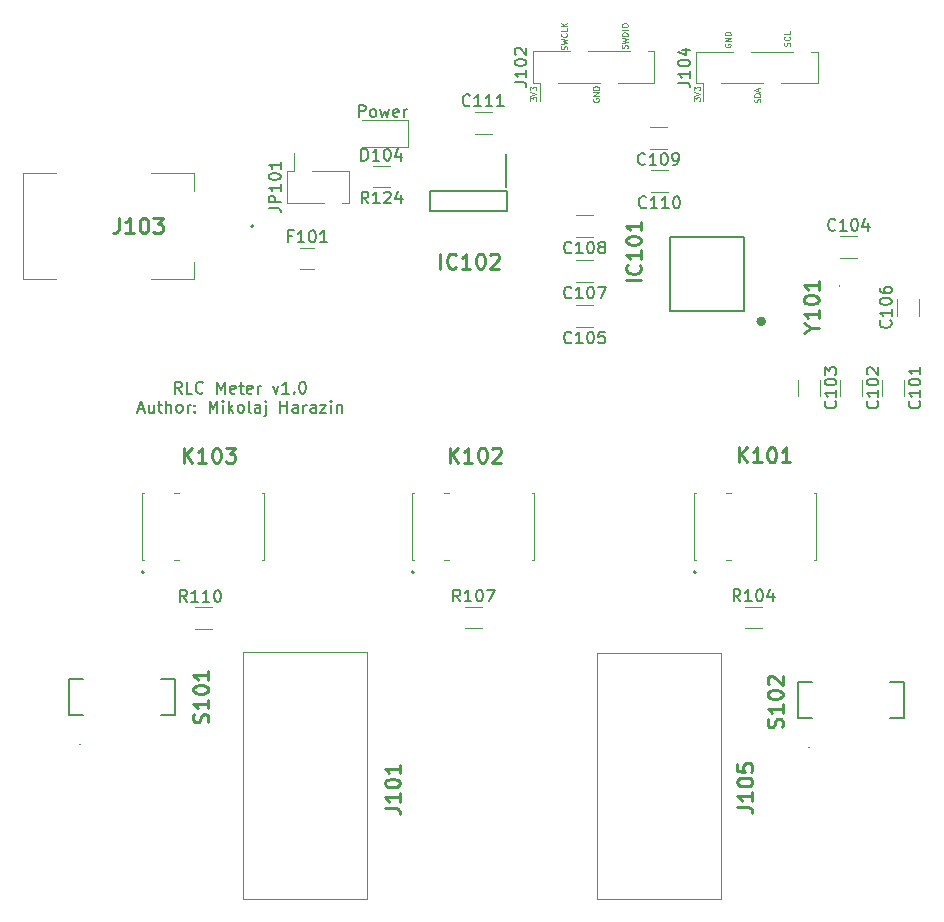
<source format=gbr>
%TF.GenerationSoftware,KiCad,Pcbnew,(6.0.7)*%
%TF.CreationDate,2023-04-05T20:56:44+02:00*%
%TF.ProjectId,rlc_meter,726c635f-6d65-4746-9572-2e6b69636164,rev?*%
%TF.SameCoordinates,Original*%
%TF.FileFunction,Legend,Top*%
%TF.FilePolarity,Positive*%
%FSLAX46Y46*%
G04 Gerber Fmt 4.6, Leading zero omitted, Abs format (unit mm)*
G04 Created by KiCad (PCBNEW (6.0.7)) date 2023-04-05 20:56:44*
%MOMM*%
%LPD*%
G01*
G04 APERTURE LIST*
%ADD10C,0.150000*%
%ADD11C,0.125000*%
%ADD12C,0.254000*%
%ADD13C,0.200000*%
%ADD14C,0.071590*%
%ADD15C,0.100000*%
%ADD16C,0.400000*%
%ADD17C,0.120000*%
G04 APERTURE END LIST*
D10*
X108422619Y-124147380D02*
X108089285Y-123671190D01*
X107851190Y-124147380D02*
X107851190Y-123147380D01*
X108232142Y-123147380D01*
X108327380Y-123195000D01*
X108375000Y-123242619D01*
X108422619Y-123337857D01*
X108422619Y-123480714D01*
X108375000Y-123575952D01*
X108327380Y-123623571D01*
X108232142Y-123671190D01*
X107851190Y-123671190D01*
X109327380Y-124147380D02*
X108851190Y-124147380D01*
X108851190Y-123147380D01*
X110232142Y-124052142D02*
X110184523Y-124099761D01*
X110041666Y-124147380D01*
X109946428Y-124147380D01*
X109803571Y-124099761D01*
X109708333Y-124004523D01*
X109660714Y-123909285D01*
X109613095Y-123718809D01*
X109613095Y-123575952D01*
X109660714Y-123385476D01*
X109708333Y-123290238D01*
X109803571Y-123195000D01*
X109946428Y-123147380D01*
X110041666Y-123147380D01*
X110184523Y-123195000D01*
X110232142Y-123242619D01*
X111422619Y-124147380D02*
X111422619Y-123147380D01*
X111755952Y-123861666D01*
X112089285Y-123147380D01*
X112089285Y-124147380D01*
X112946428Y-124099761D02*
X112851190Y-124147380D01*
X112660714Y-124147380D01*
X112565476Y-124099761D01*
X112517857Y-124004523D01*
X112517857Y-123623571D01*
X112565476Y-123528333D01*
X112660714Y-123480714D01*
X112851190Y-123480714D01*
X112946428Y-123528333D01*
X112994047Y-123623571D01*
X112994047Y-123718809D01*
X112517857Y-123814047D01*
X113279761Y-123480714D02*
X113660714Y-123480714D01*
X113422619Y-123147380D02*
X113422619Y-124004523D01*
X113470238Y-124099761D01*
X113565476Y-124147380D01*
X113660714Y-124147380D01*
X114375000Y-124099761D02*
X114279761Y-124147380D01*
X114089285Y-124147380D01*
X113994047Y-124099761D01*
X113946428Y-124004523D01*
X113946428Y-123623571D01*
X113994047Y-123528333D01*
X114089285Y-123480714D01*
X114279761Y-123480714D01*
X114375000Y-123528333D01*
X114422619Y-123623571D01*
X114422619Y-123718809D01*
X113946428Y-123814047D01*
X114851190Y-124147380D02*
X114851190Y-123480714D01*
X114851190Y-123671190D02*
X114898809Y-123575952D01*
X114946428Y-123528333D01*
X115041666Y-123480714D01*
X115136904Y-123480714D01*
X116136904Y-123480714D02*
X116375000Y-124147380D01*
X116613095Y-123480714D01*
X117517857Y-124147380D02*
X116946428Y-124147380D01*
X117232142Y-124147380D02*
X117232142Y-123147380D01*
X117136904Y-123290238D01*
X117041666Y-123385476D01*
X116946428Y-123433095D01*
X117946428Y-124052142D02*
X117994047Y-124099761D01*
X117946428Y-124147380D01*
X117898809Y-124099761D01*
X117946428Y-124052142D01*
X117946428Y-124147380D01*
X118613095Y-123147380D02*
X118708333Y-123147380D01*
X118803571Y-123195000D01*
X118851190Y-123242619D01*
X118898809Y-123337857D01*
X118946428Y-123528333D01*
X118946428Y-123766428D01*
X118898809Y-123956904D01*
X118851190Y-124052142D01*
X118803571Y-124099761D01*
X118708333Y-124147380D01*
X118613095Y-124147380D01*
X118517857Y-124099761D01*
X118470238Y-124052142D01*
X118422619Y-123956904D01*
X118375000Y-123766428D01*
X118375000Y-123528333D01*
X118422619Y-123337857D01*
X118470238Y-123242619D01*
X118517857Y-123195000D01*
X118613095Y-123147380D01*
X104732142Y-125471666D02*
X105208333Y-125471666D01*
X104636904Y-125757380D02*
X104970238Y-124757380D01*
X105303571Y-125757380D01*
X106065476Y-125090714D02*
X106065476Y-125757380D01*
X105636904Y-125090714D02*
X105636904Y-125614523D01*
X105684523Y-125709761D01*
X105779761Y-125757380D01*
X105922619Y-125757380D01*
X106017857Y-125709761D01*
X106065476Y-125662142D01*
X106398809Y-125090714D02*
X106779761Y-125090714D01*
X106541666Y-124757380D02*
X106541666Y-125614523D01*
X106589285Y-125709761D01*
X106684523Y-125757380D01*
X106779761Y-125757380D01*
X107113095Y-125757380D02*
X107113095Y-124757380D01*
X107541666Y-125757380D02*
X107541666Y-125233571D01*
X107494047Y-125138333D01*
X107398809Y-125090714D01*
X107255952Y-125090714D01*
X107160714Y-125138333D01*
X107113095Y-125185952D01*
X108160714Y-125757380D02*
X108065476Y-125709761D01*
X108017857Y-125662142D01*
X107970238Y-125566904D01*
X107970238Y-125281190D01*
X108017857Y-125185952D01*
X108065476Y-125138333D01*
X108160714Y-125090714D01*
X108303571Y-125090714D01*
X108398809Y-125138333D01*
X108446428Y-125185952D01*
X108494047Y-125281190D01*
X108494047Y-125566904D01*
X108446428Y-125662142D01*
X108398809Y-125709761D01*
X108303571Y-125757380D01*
X108160714Y-125757380D01*
X108922619Y-125757380D02*
X108922619Y-125090714D01*
X108922619Y-125281190D02*
X108970238Y-125185952D01*
X109017857Y-125138333D01*
X109113095Y-125090714D01*
X109208333Y-125090714D01*
X109541666Y-125662142D02*
X109589285Y-125709761D01*
X109541666Y-125757380D01*
X109494047Y-125709761D01*
X109541666Y-125662142D01*
X109541666Y-125757380D01*
X109541666Y-125138333D02*
X109589285Y-125185952D01*
X109541666Y-125233571D01*
X109494047Y-125185952D01*
X109541666Y-125138333D01*
X109541666Y-125233571D01*
X110779761Y-125757380D02*
X110779761Y-124757380D01*
X111113095Y-125471666D01*
X111446428Y-124757380D01*
X111446428Y-125757380D01*
X111922619Y-125757380D02*
X111922619Y-125090714D01*
X111922619Y-124757380D02*
X111875000Y-124805000D01*
X111922619Y-124852619D01*
X111970238Y-124805000D01*
X111922619Y-124757380D01*
X111922619Y-124852619D01*
X112398809Y-125757380D02*
X112398809Y-124757380D01*
X112494047Y-125376428D02*
X112779761Y-125757380D01*
X112779761Y-125090714D02*
X112398809Y-125471666D01*
X113351190Y-125757380D02*
X113255952Y-125709761D01*
X113208333Y-125662142D01*
X113160714Y-125566904D01*
X113160714Y-125281190D01*
X113208333Y-125185952D01*
X113255952Y-125138333D01*
X113351190Y-125090714D01*
X113494047Y-125090714D01*
X113589285Y-125138333D01*
X113636904Y-125185952D01*
X113684523Y-125281190D01*
X113684523Y-125566904D01*
X113636904Y-125662142D01*
X113589285Y-125709761D01*
X113494047Y-125757380D01*
X113351190Y-125757380D01*
X114255952Y-125757380D02*
X114160714Y-125709761D01*
X114113095Y-125614523D01*
X114113095Y-124757380D01*
X115065476Y-125757380D02*
X115065476Y-125233571D01*
X115017857Y-125138333D01*
X114922619Y-125090714D01*
X114732142Y-125090714D01*
X114636904Y-125138333D01*
X115065476Y-125709761D02*
X114970238Y-125757380D01*
X114732142Y-125757380D01*
X114636904Y-125709761D01*
X114589285Y-125614523D01*
X114589285Y-125519285D01*
X114636904Y-125424047D01*
X114732142Y-125376428D01*
X114970238Y-125376428D01*
X115065476Y-125328809D01*
X115541666Y-125090714D02*
X115541666Y-125947857D01*
X115494047Y-126043095D01*
X115398809Y-126090714D01*
X115351190Y-126090714D01*
X115541666Y-124757380D02*
X115494047Y-124805000D01*
X115541666Y-124852619D01*
X115589285Y-124805000D01*
X115541666Y-124757380D01*
X115541666Y-124852619D01*
X116779761Y-125757380D02*
X116779761Y-124757380D01*
X116779761Y-125233571D02*
X117351190Y-125233571D01*
X117351190Y-125757380D02*
X117351190Y-124757380D01*
X118255952Y-125757380D02*
X118255952Y-125233571D01*
X118208333Y-125138333D01*
X118113095Y-125090714D01*
X117922619Y-125090714D01*
X117827380Y-125138333D01*
X118255952Y-125709761D02*
X118160714Y-125757380D01*
X117922619Y-125757380D01*
X117827380Y-125709761D01*
X117779761Y-125614523D01*
X117779761Y-125519285D01*
X117827380Y-125424047D01*
X117922619Y-125376428D01*
X118160714Y-125376428D01*
X118255952Y-125328809D01*
X118732142Y-125757380D02*
X118732142Y-125090714D01*
X118732142Y-125281190D02*
X118779761Y-125185952D01*
X118827380Y-125138333D01*
X118922619Y-125090714D01*
X119017857Y-125090714D01*
X119779761Y-125757380D02*
X119779761Y-125233571D01*
X119732142Y-125138333D01*
X119636904Y-125090714D01*
X119446428Y-125090714D01*
X119351190Y-125138333D01*
X119779761Y-125709761D02*
X119684523Y-125757380D01*
X119446428Y-125757380D01*
X119351190Y-125709761D01*
X119303571Y-125614523D01*
X119303571Y-125519285D01*
X119351190Y-125424047D01*
X119446428Y-125376428D01*
X119684523Y-125376428D01*
X119779761Y-125328809D01*
X120160714Y-125090714D02*
X120684523Y-125090714D01*
X120160714Y-125757380D01*
X120684523Y-125757380D01*
X121065476Y-125757380D02*
X121065476Y-125090714D01*
X121065476Y-124757380D02*
X121017857Y-124805000D01*
X121065476Y-124852619D01*
X121113095Y-124805000D01*
X121065476Y-124757380D01*
X121065476Y-124852619D01*
X121541666Y-125090714D02*
X121541666Y-125757380D01*
X121541666Y-125185952D02*
X121589285Y-125138333D01*
X121684523Y-125090714D01*
X121827380Y-125090714D01*
X121922619Y-125138333D01*
X121970238Y-125233571D01*
X121970238Y-125757380D01*
D11*
X137951190Y-99369047D02*
X137951190Y-99059523D01*
X138141666Y-99226190D01*
X138141666Y-99154761D01*
X138165476Y-99107142D01*
X138189285Y-99083333D01*
X138236904Y-99059523D01*
X138355952Y-99059523D01*
X138403571Y-99083333D01*
X138427380Y-99107142D01*
X138451190Y-99154761D01*
X138451190Y-99297619D01*
X138427380Y-99345238D01*
X138403571Y-99369047D01*
X137951190Y-98916666D02*
X138451190Y-98750000D01*
X137951190Y-98583333D01*
X137951190Y-98464285D02*
X137951190Y-98154761D01*
X138141666Y-98321428D01*
X138141666Y-98250000D01*
X138165476Y-98202380D01*
X138189285Y-98178571D01*
X138236904Y-98154761D01*
X138355952Y-98154761D01*
X138403571Y-98178571D01*
X138427380Y-98202380D01*
X138451190Y-98250000D01*
X138451190Y-98392857D01*
X138427380Y-98440476D01*
X138403571Y-98464285D01*
X154425000Y-94555952D02*
X154401190Y-94603571D01*
X154401190Y-94675000D01*
X154425000Y-94746428D01*
X154472619Y-94794047D01*
X154520238Y-94817857D01*
X154615476Y-94841666D01*
X154686904Y-94841666D01*
X154782142Y-94817857D01*
X154829761Y-94794047D01*
X154877380Y-94746428D01*
X154901190Y-94675000D01*
X154901190Y-94627380D01*
X154877380Y-94555952D01*
X154853571Y-94532142D01*
X154686904Y-94532142D01*
X154686904Y-94627380D01*
X154901190Y-94317857D02*
X154401190Y-94317857D01*
X154901190Y-94032142D01*
X154401190Y-94032142D01*
X154901190Y-93794047D02*
X154401190Y-93794047D01*
X154401190Y-93675000D01*
X154425000Y-93603571D01*
X154472619Y-93555952D01*
X154520238Y-93532142D01*
X154615476Y-93508333D01*
X154686904Y-93508333D01*
X154782142Y-93532142D01*
X154829761Y-93555952D01*
X154877380Y-93603571D01*
X154901190Y-93675000D01*
X154901190Y-93794047D01*
X151801190Y-99369047D02*
X151801190Y-99059523D01*
X151991666Y-99226190D01*
X151991666Y-99154761D01*
X152015476Y-99107142D01*
X152039285Y-99083333D01*
X152086904Y-99059523D01*
X152205952Y-99059523D01*
X152253571Y-99083333D01*
X152277380Y-99107142D01*
X152301190Y-99154761D01*
X152301190Y-99297619D01*
X152277380Y-99345238D01*
X152253571Y-99369047D01*
X151801190Y-98916666D02*
X152301190Y-98750000D01*
X151801190Y-98583333D01*
X151801190Y-98464285D02*
X151801190Y-98154761D01*
X151991666Y-98321428D01*
X151991666Y-98250000D01*
X152015476Y-98202380D01*
X152039285Y-98178571D01*
X152086904Y-98154761D01*
X152205952Y-98154761D01*
X152253571Y-98178571D01*
X152277380Y-98202380D01*
X152301190Y-98250000D01*
X152301190Y-98392857D01*
X152277380Y-98440476D01*
X152253571Y-98464285D01*
X141027380Y-95005952D02*
X141051190Y-94934523D01*
X141051190Y-94815476D01*
X141027380Y-94767857D01*
X141003571Y-94744047D01*
X140955952Y-94720238D01*
X140908333Y-94720238D01*
X140860714Y-94744047D01*
X140836904Y-94767857D01*
X140813095Y-94815476D01*
X140789285Y-94910714D01*
X140765476Y-94958333D01*
X140741666Y-94982142D01*
X140694047Y-95005952D01*
X140646428Y-95005952D01*
X140598809Y-94982142D01*
X140575000Y-94958333D01*
X140551190Y-94910714D01*
X140551190Y-94791666D01*
X140575000Y-94720238D01*
X140551190Y-94553571D02*
X141051190Y-94434523D01*
X140694047Y-94339285D01*
X141051190Y-94244047D01*
X140551190Y-94125000D01*
X141003571Y-93648809D02*
X141027380Y-93672619D01*
X141051190Y-93744047D01*
X141051190Y-93791666D01*
X141027380Y-93863095D01*
X140979761Y-93910714D01*
X140932142Y-93934523D01*
X140836904Y-93958333D01*
X140765476Y-93958333D01*
X140670238Y-93934523D01*
X140622619Y-93910714D01*
X140575000Y-93863095D01*
X140551190Y-93791666D01*
X140551190Y-93744047D01*
X140575000Y-93672619D01*
X140598809Y-93648809D01*
X141051190Y-93196428D02*
X141051190Y-93434523D01*
X140551190Y-93434523D01*
X141051190Y-93029761D02*
X140551190Y-93029761D01*
X141051190Y-92744047D02*
X140765476Y-92958333D01*
X140551190Y-92744047D02*
X140836904Y-93029761D01*
X159902380Y-94720238D02*
X159926190Y-94648809D01*
X159926190Y-94529761D01*
X159902380Y-94482142D01*
X159878571Y-94458333D01*
X159830952Y-94434523D01*
X159783333Y-94434523D01*
X159735714Y-94458333D01*
X159711904Y-94482142D01*
X159688095Y-94529761D01*
X159664285Y-94625000D01*
X159640476Y-94672619D01*
X159616666Y-94696428D01*
X159569047Y-94720238D01*
X159521428Y-94720238D01*
X159473809Y-94696428D01*
X159450000Y-94672619D01*
X159426190Y-94625000D01*
X159426190Y-94505952D01*
X159450000Y-94434523D01*
X159878571Y-93934523D02*
X159902380Y-93958333D01*
X159926190Y-94029761D01*
X159926190Y-94077380D01*
X159902380Y-94148809D01*
X159854761Y-94196428D01*
X159807142Y-94220238D01*
X159711904Y-94244047D01*
X159640476Y-94244047D01*
X159545238Y-94220238D01*
X159497619Y-94196428D01*
X159450000Y-94148809D01*
X159426190Y-94077380D01*
X159426190Y-94029761D01*
X159450000Y-93958333D01*
X159473809Y-93934523D01*
X159926190Y-93482142D02*
X159926190Y-93720238D01*
X159426190Y-93720238D01*
X146152380Y-94934523D02*
X146176190Y-94863095D01*
X146176190Y-94744047D01*
X146152380Y-94696428D01*
X146128571Y-94672619D01*
X146080952Y-94648809D01*
X146033333Y-94648809D01*
X145985714Y-94672619D01*
X145961904Y-94696428D01*
X145938095Y-94744047D01*
X145914285Y-94839285D01*
X145890476Y-94886904D01*
X145866666Y-94910714D01*
X145819047Y-94934523D01*
X145771428Y-94934523D01*
X145723809Y-94910714D01*
X145700000Y-94886904D01*
X145676190Y-94839285D01*
X145676190Y-94720238D01*
X145700000Y-94648809D01*
X145676190Y-94482142D02*
X146176190Y-94363095D01*
X145819047Y-94267857D01*
X146176190Y-94172619D01*
X145676190Y-94053571D01*
X146176190Y-93863095D02*
X145676190Y-93863095D01*
X145676190Y-93744047D01*
X145700000Y-93672619D01*
X145747619Y-93625000D01*
X145795238Y-93601190D01*
X145890476Y-93577380D01*
X145961904Y-93577380D01*
X146057142Y-93601190D01*
X146104761Y-93625000D01*
X146152380Y-93672619D01*
X146176190Y-93744047D01*
X146176190Y-93863095D01*
X146176190Y-93363095D02*
X145676190Y-93363095D01*
X145676190Y-93029761D02*
X145676190Y-92934523D01*
X145700000Y-92886904D01*
X145747619Y-92839285D01*
X145842857Y-92815476D01*
X146009523Y-92815476D01*
X146104761Y-92839285D01*
X146152380Y-92886904D01*
X146176190Y-92934523D01*
X146176190Y-93029761D01*
X146152380Y-93077380D01*
X146104761Y-93125000D01*
X146009523Y-93148809D01*
X145842857Y-93148809D01*
X145747619Y-93125000D01*
X145700000Y-93077380D01*
X145676190Y-93029761D01*
X157377380Y-99507142D02*
X157401190Y-99435714D01*
X157401190Y-99316666D01*
X157377380Y-99269047D01*
X157353571Y-99245238D01*
X157305952Y-99221428D01*
X157258333Y-99221428D01*
X157210714Y-99245238D01*
X157186904Y-99269047D01*
X157163095Y-99316666D01*
X157139285Y-99411904D01*
X157115476Y-99459523D01*
X157091666Y-99483333D01*
X157044047Y-99507142D01*
X156996428Y-99507142D01*
X156948809Y-99483333D01*
X156925000Y-99459523D01*
X156901190Y-99411904D01*
X156901190Y-99292857D01*
X156925000Y-99221428D01*
X157401190Y-99007142D02*
X156901190Y-99007142D01*
X156901190Y-98888095D01*
X156925000Y-98816666D01*
X156972619Y-98769047D01*
X157020238Y-98745238D01*
X157115476Y-98721428D01*
X157186904Y-98721428D01*
X157282142Y-98745238D01*
X157329761Y-98769047D01*
X157377380Y-98816666D01*
X157401190Y-98888095D01*
X157401190Y-99007142D01*
X157258333Y-98530952D02*
X157258333Y-98292857D01*
X157401190Y-98578571D02*
X156901190Y-98411904D01*
X157401190Y-98245238D01*
D10*
X123423809Y-100727380D02*
X123423809Y-99727380D01*
X123804761Y-99727380D01*
X123900000Y-99775000D01*
X123947619Y-99822619D01*
X123995238Y-99917857D01*
X123995238Y-100060714D01*
X123947619Y-100155952D01*
X123900000Y-100203571D01*
X123804761Y-100251190D01*
X123423809Y-100251190D01*
X124566666Y-100727380D02*
X124471428Y-100679761D01*
X124423809Y-100632142D01*
X124376190Y-100536904D01*
X124376190Y-100251190D01*
X124423809Y-100155952D01*
X124471428Y-100108333D01*
X124566666Y-100060714D01*
X124709523Y-100060714D01*
X124804761Y-100108333D01*
X124852380Y-100155952D01*
X124900000Y-100251190D01*
X124900000Y-100536904D01*
X124852380Y-100632142D01*
X124804761Y-100679761D01*
X124709523Y-100727380D01*
X124566666Y-100727380D01*
X125233333Y-100060714D02*
X125423809Y-100727380D01*
X125614285Y-100251190D01*
X125804761Y-100727380D01*
X125995238Y-100060714D01*
X126757142Y-100679761D02*
X126661904Y-100727380D01*
X126471428Y-100727380D01*
X126376190Y-100679761D01*
X126328571Y-100584523D01*
X126328571Y-100203571D01*
X126376190Y-100108333D01*
X126471428Y-100060714D01*
X126661904Y-100060714D01*
X126757142Y-100108333D01*
X126804761Y-100203571D01*
X126804761Y-100298809D01*
X126328571Y-100394047D01*
X127233333Y-100727380D02*
X127233333Y-100060714D01*
X127233333Y-100251190D02*
X127280952Y-100155952D01*
X127328571Y-100108333D01*
X127423809Y-100060714D01*
X127519047Y-100060714D01*
D11*
X143275000Y-99180952D02*
X143251190Y-99228571D01*
X143251190Y-99300000D01*
X143275000Y-99371428D01*
X143322619Y-99419047D01*
X143370238Y-99442857D01*
X143465476Y-99466666D01*
X143536904Y-99466666D01*
X143632142Y-99442857D01*
X143679761Y-99419047D01*
X143727380Y-99371428D01*
X143751190Y-99300000D01*
X143751190Y-99252380D01*
X143727380Y-99180952D01*
X143703571Y-99157142D01*
X143536904Y-99157142D01*
X143536904Y-99252380D01*
X143751190Y-98942857D02*
X143251190Y-98942857D01*
X143751190Y-98657142D01*
X143251190Y-98657142D01*
X143751190Y-98419047D02*
X143251190Y-98419047D01*
X143251190Y-98300000D01*
X143275000Y-98228571D01*
X143322619Y-98180952D01*
X143370238Y-98157142D01*
X143465476Y-98133333D01*
X143536904Y-98133333D01*
X143632142Y-98157142D01*
X143679761Y-98180952D01*
X143727380Y-98228571D01*
X143751190Y-98300000D01*
X143751190Y-98419047D01*
D12*
%TO.C,S102*%
X159239047Y-152402142D02*
X159299523Y-152220714D01*
X159299523Y-151918333D01*
X159239047Y-151797380D01*
X159178571Y-151736904D01*
X159057619Y-151676428D01*
X158936666Y-151676428D01*
X158815714Y-151736904D01*
X158755238Y-151797380D01*
X158694761Y-151918333D01*
X158634285Y-152160238D01*
X158573809Y-152281190D01*
X158513333Y-152341666D01*
X158392380Y-152402142D01*
X158271428Y-152402142D01*
X158150476Y-152341666D01*
X158090000Y-152281190D01*
X158029523Y-152160238D01*
X158029523Y-151857857D01*
X158090000Y-151676428D01*
X159299523Y-150466904D02*
X159299523Y-151192619D01*
X159299523Y-150829761D02*
X158029523Y-150829761D01*
X158210952Y-150950714D01*
X158331904Y-151071666D01*
X158392380Y-151192619D01*
X158029523Y-149680714D02*
X158029523Y-149559761D01*
X158090000Y-149438809D01*
X158150476Y-149378333D01*
X158271428Y-149317857D01*
X158513333Y-149257380D01*
X158815714Y-149257380D01*
X159057619Y-149317857D01*
X159178571Y-149378333D01*
X159239047Y-149438809D01*
X159299523Y-149559761D01*
X159299523Y-149680714D01*
X159239047Y-149801666D01*
X159178571Y-149862142D01*
X159057619Y-149922619D01*
X158815714Y-149983095D01*
X158513333Y-149983095D01*
X158271428Y-149922619D01*
X158150476Y-149862142D01*
X158090000Y-149801666D01*
X158029523Y-149680714D01*
X158150476Y-148773571D02*
X158090000Y-148713095D01*
X158029523Y-148592142D01*
X158029523Y-148289761D01*
X158090000Y-148168809D01*
X158150476Y-148108333D01*
X158271428Y-148047857D01*
X158392380Y-148047857D01*
X158573809Y-148108333D01*
X159299523Y-148834047D01*
X159299523Y-148047857D01*
%TO.C,S101*%
X110614047Y-152002142D02*
X110674523Y-151820714D01*
X110674523Y-151518333D01*
X110614047Y-151397380D01*
X110553571Y-151336904D01*
X110432619Y-151276428D01*
X110311666Y-151276428D01*
X110190714Y-151336904D01*
X110130238Y-151397380D01*
X110069761Y-151518333D01*
X110009285Y-151760238D01*
X109948809Y-151881190D01*
X109888333Y-151941666D01*
X109767380Y-152002142D01*
X109646428Y-152002142D01*
X109525476Y-151941666D01*
X109465000Y-151881190D01*
X109404523Y-151760238D01*
X109404523Y-151457857D01*
X109465000Y-151276428D01*
X110674523Y-150066904D02*
X110674523Y-150792619D01*
X110674523Y-150429761D02*
X109404523Y-150429761D01*
X109585952Y-150550714D01*
X109706904Y-150671666D01*
X109767380Y-150792619D01*
X109404523Y-149280714D02*
X109404523Y-149159761D01*
X109465000Y-149038809D01*
X109525476Y-148978333D01*
X109646428Y-148917857D01*
X109888333Y-148857380D01*
X110190714Y-148857380D01*
X110432619Y-148917857D01*
X110553571Y-148978333D01*
X110614047Y-149038809D01*
X110674523Y-149159761D01*
X110674523Y-149280714D01*
X110614047Y-149401666D01*
X110553571Y-149462142D01*
X110432619Y-149522619D01*
X110190714Y-149583095D01*
X109888333Y-149583095D01*
X109646428Y-149522619D01*
X109525476Y-149462142D01*
X109465000Y-149401666D01*
X109404523Y-149280714D01*
X110674523Y-147647857D02*
X110674523Y-148373571D01*
X110674523Y-148010714D02*
X109404523Y-148010714D01*
X109585952Y-148131666D01*
X109706904Y-148252619D01*
X109767380Y-148373571D01*
%TO.C,K103*%
X108578095Y-130024523D02*
X108578095Y-128754523D01*
X109303809Y-130024523D02*
X108759523Y-129298809D01*
X109303809Y-128754523D02*
X108578095Y-129480238D01*
X110513333Y-130024523D02*
X109787619Y-130024523D01*
X110150476Y-130024523D02*
X110150476Y-128754523D01*
X110029523Y-128935952D01*
X109908571Y-129056904D01*
X109787619Y-129117380D01*
X111299523Y-128754523D02*
X111420476Y-128754523D01*
X111541428Y-128815000D01*
X111601904Y-128875476D01*
X111662380Y-128996428D01*
X111722857Y-129238333D01*
X111722857Y-129540714D01*
X111662380Y-129782619D01*
X111601904Y-129903571D01*
X111541428Y-129964047D01*
X111420476Y-130024523D01*
X111299523Y-130024523D01*
X111178571Y-129964047D01*
X111118095Y-129903571D01*
X111057619Y-129782619D01*
X110997142Y-129540714D01*
X110997142Y-129238333D01*
X111057619Y-128996428D01*
X111118095Y-128875476D01*
X111178571Y-128815000D01*
X111299523Y-128754523D01*
X112146190Y-128754523D02*
X112932380Y-128754523D01*
X112509047Y-129238333D01*
X112690476Y-129238333D01*
X112811428Y-129298809D01*
X112871904Y-129359285D01*
X112932380Y-129480238D01*
X112932380Y-129782619D01*
X112871904Y-129903571D01*
X112811428Y-129964047D01*
X112690476Y-130024523D01*
X112327619Y-130024523D01*
X112206666Y-129964047D01*
X112146190Y-129903571D01*
%TO.C,K102*%
X131103095Y-129999523D02*
X131103095Y-128729523D01*
X131828809Y-129999523D02*
X131284523Y-129273809D01*
X131828809Y-128729523D02*
X131103095Y-129455238D01*
X133038333Y-129999523D02*
X132312619Y-129999523D01*
X132675476Y-129999523D02*
X132675476Y-128729523D01*
X132554523Y-128910952D01*
X132433571Y-129031904D01*
X132312619Y-129092380D01*
X133824523Y-128729523D02*
X133945476Y-128729523D01*
X134066428Y-128790000D01*
X134126904Y-128850476D01*
X134187380Y-128971428D01*
X134247857Y-129213333D01*
X134247857Y-129515714D01*
X134187380Y-129757619D01*
X134126904Y-129878571D01*
X134066428Y-129939047D01*
X133945476Y-129999523D01*
X133824523Y-129999523D01*
X133703571Y-129939047D01*
X133643095Y-129878571D01*
X133582619Y-129757619D01*
X133522142Y-129515714D01*
X133522142Y-129213333D01*
X133582619Y-128971428D01*
X133643095Y-128850476D01*
X133703571Y-128790000D01*
X133824523Y-128729523D01*
X134731666Y-128850476D02*
X134792142Y-128790000D01*
X134913095Y-128729523D01*
X135215476Y-128729523D01*
X135336428Y-128790000D01*
X135396904Y-128850476D01*
X135457380Y-128971428D01*
X135457380Y-129092380D01*
X135396904Y-129273809D01*
X134671190Y-129999523D01*
X135457380Y-129999523D01*
%TO.C,K101*%
X155603095Y-129974523D02*
X155603095Y-128704523D01*
X156328809Y-129974523D02*
X155784523Y-129248809D01*
X156328809Y-128704523D02*
X155603095Y-129430238D01*
X157538333Y-129974523D02*
X156812619Y-129974523D01*
X157175476Y-129974523D02*
X157175476Y-128704523D01*
X157054523Y-128885952D01*
X156933571Y-129006904D01*
X156812619Y-129067380D01*
X158324523Y-128704523D02*
X158445476Y-128704523D01*
X158566428Y-128765000D01*
X158626904Y-128825476D01*
X158687380Y-128946428D01*
X158747857Y-129188333D01*
X158747857Y-129490714D01*
X158687380Y-129732619D01*
X158626904Y-129853571D01*
X158566428Y-129914047D01*
X158445476Y-129974523D01*
X158324523Y-129974523D01*
X158203571Y-129914047D01*
X158143095Y-129853571D01*
X158082619Y-129732619D01*
X158022142Y-129490714D01*
X158022142Y-129188333D01*
X158082619Y-128946428D01*
X158143095Y-128825476D01*
X158203571Y-128765000D01*
X158324523Y-128704523D01*
X159957380Y-129974523D02*
X159231666Y-129974523D01*
X159594523Y-129974523D02*
X159594523Y-128704523D01*
X159473571Y-128885952D01*
X159352619Y-129006904D01*
X159231666Y-129067380D01*
%TO.C,J105*%
X155479523Y-159157857D02*
X156386666Y-159157857D01*
X156568095Y-159218333D01*
X156689047Y-159339285D01*
X156749523Y-159520714D01*
X156749523Y-159641666D01*
X156749523Y-157887857D02*
X156749523Y-158613571D01*
X156749523Y-158250714D02*
X155479523Y-158250714D01*
X155660952Y-158371666D01*
X155781904Y-158492619D01*
X155842380Y-158613571D01*
X155479523Y-157101666D02*
X155479523Y-156980714D01*
X155540000Y-156859761D01*
X155600476Y-156799285D01*
X155721428Y-156738809D01*
X155963333Y-156678333D01*
X156265714Y-156678333D01*
X156507619Y-156738809D01*
X156628571Y-156799285D01*
X156689047Y-156859761D01*
X156749523Y-156980714D01*
X156749523Y-157101666D01*
X156689047Y-157222619D01*
X156628571Y-157283095D01*
X156507619Y-157343571D01*
X156265714Y-157404047D01*
X155963333Y-157404047D01*
X155721428Y-157343571D01*
X155600476Y-157283095D01*
X155540000Y-157222619D01*
X155479523Y-157101666D01*
X155479523Y-155529285D02*
X155479523Y-156134047D01*
X156084285Y-156194523D01*
X156023809Y-156134047D01*
X155963333Y-156013095D01*
X155963333Y-155710714D01*
X156023809Y-155589761D01*
X156084285Y-155529285D01*
X156205238Y-155468809D01*
X156507619Y-155468809D01*
X156628571Y-155529285D01*
X156689047Y-155589761D01*
X156749523Y-155710714D01*
X156749523Y-156013095D01*
X156689047Y-156134047D01*
X156628571Y-156194523D01*
%TO.C,J103*%
X103111142Y-109286523D02*
X103111142Y-110193666D01*
X103050666Y-110375095D01*
X102929714Y-110496047D01*
X102748285Y-110556523D01*
X102627333Y-110556523D01*
X104381142Y-110556523D02*
X103655428Y-110556523D01*
X104018285Y-110556523D02*
X104018285Y-109286523D01*
X103897333Y-109467952D01*
X103776380Y-109588904D01*
X103655428Y-109649380D01*
X105167333Y-109286523D02*
X105288285Y-109286523D01*
X105409238Y-109347000D01*
X105469714Y-109407476D01*
X105530190Y-109528428D01*
X105590666Y-109770333D01*
X105590666Y-110072714D01*
X105530190Y-110314619D01*
X105469714Y-110435571D01*
X105409238Y-110496047D01*
X105288285Y-110556523D01*
X105167333Y-110556523D01*
X105046380Y-110496047D01*
X104985904Y-110435571D01*
X104925428Y-110314619D01*
X104864952Y-110072714D01*
X104864952Y-109770333D01*
X104925428Y-109528428D01*
X104985904Y-109407476D01*
X105046380Y-109347000D01*
X105167333Y-109286523D01*
X106014000Y-109286523D02*
X106800190Y-109286523D01*
X106376857Y-109770333D01*
X106558285Y-109770333D01*
X106679238Y-109830809D01*
X106739714Y-109891285D01*
X106800190Y-110012238D01*
X106800190Y-110314619D01*
X106739714Y-110435571D01*
X106679238Y-110496047D01*
X106558285Y-110556523D01*
X106195428Y-110556523D01*
X106074476Y-110496047D01*
X106014000Y-110435571D01*
%TO.C,J101*%
X125629523Y-159257857D02*
X126536666Y-159257857D01*
X126718095Y-159318333D01*
X126839047Y-159439285D01*
X126899523Y-159620714D01*
X126899523Y-159741666D01*
X126899523Y-157987857D02*
X126899523Y-158713571D01*
X126899523Y-158350714D02*
X125629523Y-158350714D01*
X125810952Y-158471666D01*
X125931904Y-158592619D01*
X125992380Y-158713571D01*
X125629523Y-157201666D02*
X125629523Y-157080714D01*
X125690000Y-156959761D01*
X125750476Y-156899285D01*
X125871428Y-156838809D01*
X126113333Y-156778333D01*
X126415714Y-156778333D01*
X126657619Y-156838809D01*
X126778571Y-156899285D01*
X126839047Y-156959761D01*
X126899523Y-157080714D01*
X126899523Y-157201666D01*
X126839047Y-157322619D01*
X126778571Y-157383095D01*
X126657619Y-157443571D01*
X126415714Y-157504047D01*
X126113333Y-157504047D01*
X125871428Y-157443571D01*
X125750476Y-157383095D01*
X125690000Y-157322619D01*
X125629523Y-157201666D01*
X126899523Y-155568809D02*
X126899523Y-156294523D01*
X126899523Y-155931666D02*
X125629523Y-155931666D01*
X125810952Y-156052619D01*
X125931904Y-156173571D01*
X125992380Y-156294523D01*
%TO.C,IC102*%
X130325714Y-113574523D02*
X130325714Y-112304523D01*
X131656190Y-113453571D02*
X131595714Y-113514047D01*
X131414285Y-113574523D01*
X131293333Y-113574523D01*
X131111904Y-113514047D01*
X130990952Y-113393095D01*
X130930476Y-113272142D01*
X130870000Y-113030238D01*
X130870000Y-112848809D01*
X130930476Y-112606904D01*
X130990952Y-112485952D01*
X131111904Y-112365000D01*
X131293333Y-112304523D01*
X131414285Y-112304523D01*
X131595714Y-112365000D01*
X131656190Y-112425476D01*
X132865714Y-113574523D02*
X132140000Y-113574523D01*
X132502857Y-113574523D02*
X132502857Y-112304523D01*
X132381904Y-112485952D01*
X132260952Y-112606904D01*
X132140000Y-112667380D01*
X133651904Y-112304523D02*
X133772857Y-112304523D01*
X133893809Y-112365000D01*
X133954285Y-112425476D01*
X134014761Y-112546428D01*
X134075238Y-112788333D01*
X134075238Y-113090714D01*
X134014761Y-113332619D01*
X133954285Y-113453571D01*
X133893809Y-113514047D01*
X133772857Y-113574523D01*
X133651904Y-113574523D01*
X133530952Y-113514047D01*
X133470476Y-113453571D01*
X133410000Y-113332619D01*
X133349523Y-113090714D01*
X133349523Y-112788333D01*
X133410000Y-112546428D01*
X133470476Y-112425476D01*
X133530952Y-112365000D01*
X133651904Y-112304523D01*
X134559047Y-112425476D02*
X134619523Y-112365000D01*
X134740476Y-112304523D01*
X135042857Y-112304523D01*
X135163809Y-112365000D01*
X135224285Y-112425476D01*
X135284761Y-112546428D01*
X135284761Y-112667380D01*
X135224285Y-112848809D01*
X134498571Y-113574523D01*
X135284761Y-113574523D01*
%TO.C,IC101*%
X147324523Y-114574285D02*
X146054523Y-114574285D01*
X147203571Y-113243809D02*
X147264047Y-113304285D01*
X147324523Y-113485714D01*
X147324523Y-113606666D01*
X147264047Y-113788095D01*
X147143095Y-113909047D01*
X147022142Y-113969523D01*
X146780238Y-114030000D01*
X146598809Y-114030000D01*
X146356904Y-113969523D01*
X146235952Y-113909047D01*
X146115000Y-113788095D01*
X146054523Y-113606666D01*
X146054523Y-113485714D01*
X146115000Y-113304285D01*
X146175476Y-113243809D01*
X147324523Y-112034285D02*
X147324523Y-112760000D01*
X147324523Y-112397142D02*
X146054523Y-112397142D01*
X146235952Y-112518095D01*
X146356904Y-112639047D01*
X146417380Y-112760000D01*
X146054523Y-111248095D02*
X146054523Y-111127142D01*
X146115000Y-111006190D01*
X146175476Y-110945714D01*
X146296428Y-110885238D01*
X146538333Y-110824761D01*
X146840714Y-110824761D01*
X147082619Y-110885238D01*
X147203571Y-110945714D01*
X147264047Y-111006190D01*
X147324523Y-111127142D01*
X147324523Y-111248095D01*
X147264047Y-111369047D01*
X147203571Y-111429523D01*
X147082619Y-111490000D01*
X146840714Y-111550476D01*
X146538333Y-111550476D01*
X146296428Y-111490000D01*
X146175476Y-111429523D01*
X146115000Y-111369047D01*
X146054523Y-111248095D01*
X147324523Y-109615238D02*
X147324523Y-110340952D01*
X147324523Y-109978095D02*
X146054523Y-109978095D01*
X146235952Y-110099047D01*
X146356904Y-110220000D01*
X146417380Y-110340952D01*
D10*
%TO.C,*%
%TO.C,R110*%
X108872952Y-141790380D02*
X108539619Y-141314190D01*
X108301523Y-141790380D02*
X108301523Y-140790380D01*
X108682476Y-140790380D01*
X108777714Y-140838000D01*
X108825333Y-140885619D01*
X108872952Y-140980857D01*
X108872952Y-141123714D01*
X108825333Y-141218952D01*
X108777714Y-141266571D01*
X108682476Y-141314190D01*
X108301523Y-141314190D01*
X109825333Y-141790380D02*
X109253904Y-141790380D01*
X109539619Y-141790380D02*
X109539619Y-140790380D01*
X109444380Y-140933238D01*
X109349142Y-141028476D01*
X109253904Y-141076095D01*
X110777714Y-141790380D02*
X110206285Y-141790380D01*
X110492000Y-141790380D02*
X110492000Y-140790380D01*
X110396761Y-140933238D01*
X110301523Y-141028476D01*
X110206285Y-141076095D01*
X111396761Y-140790380D02*
X111492000Y-140790380D01*
X111587238Y-140838000D01*
X111634857Y-140885619D01*
X111682476Y-140980857D01*
X111730095Y-141171333D01*
X111730095Y-141409428D01*
X111682476Y-141599904D01*
X111634857Y-141695142D01*
X111587238Y-141742761D01*
X111492000Y-141790380D01*
X111396761Y-141790380D01*
X111301523Y-141742761D01*
X111253904Y-141695142D01*
X111206285Y-141599904D01*
X111158666Y-141409428D01*
X111158666Y-141171333D01*
X111206285Y-140980857D01*
X111253904Y-140885619D01*
X111301523Y-140838000D01*
X111396761Y-140790380D01*
%TO.C,C107*%
X141423952Y-115999142D02*
X141376333Y-116046761D01*
X141233476Y-116094380D01*
X141138238Y-116094380D01*
X140995380Y-116046761D01*
X140900142Y-115951523D01*
X140852523Y-115856285D01*
X140804904Y-115665809D01*
X140804904Y-115522952D01*
X140852523Y-115332476D01*
X140900142Y-115237238D01*
X140995380Y-115142000D01*
X141138238Y-115094380D01*
X141233476Y-115094380D01*
X141376333Y-115142000D01*
X141423952Y-115189619D01*
X142376333Y-116094380D02*
X141804904Y-116094380D01*
X142090619Y-116094380D02*
X142090619Y-115094380D01*
X141995380Y-115237238D01*
X141900142Y-115332476D01*
X141804904Y-115380095D01*
X142995380Y-115094380D02*
X143090619Y-115094380D01*
X143185857Y-115142000D01*
X143233476Y-115189619D01*
X143281095Y-115284857D01*
X143328714Y-115475333D01*
X143328714Y-115713428D01*
X143281095Y-115903904D01*
X143233476Y-115999142D01*
X143185857Y-116046761D01*
X143090619Y-116094380D01*
X142995380Y-116094380D01*
X142900142Y-116046761D01*
X142852523Y-115999142D01*
X142804904Y-115903904D01*
X142757285Y-115713428D01*
X142757285Y-115475333D01*
X142804904Y-115284857D01*
X142852523Y-115189619D01*
X142900142Y-115142000D01*
X142995380Y-115094380D01*
X143662047Y-115094380D02*
X144328714Y-115094380D01*
X143900142Y-116094380D01*
%TO.C,R124*%
X124230952Y-108047380D02*
X123897619Y-107571190D01*
X123659523Y-108047380D02*
X123659523Y-107047380D01*
X124040476Y-107047380D01*
X124135714Y-107095000D01*
X124183333Y-107142619D01*
X124230952Y-107237857D01*
X124230952Y-107380714D01*
X124183333Y-107475952D01*
X124135714Y-107523571D01*
X124040476Y-107571190D01*
X123659523Y-107571190D01*
X125183333Y-108047380D02*
X124611904Y-108047380D01*
X124897619Y-108047380D02*
X124897619Y-107047380D01*
X124802380Y-107190238D01*
X124707142Y-107285476D01*
X124611904Y-107333095D01*
X125564285Y-107142619D02*
X125611904Y-107095000D01*
X125707142Y-107047380D01*
X125945238Y-107047380D01*
X126040476Y-107095000D01*
X126088095Y-107142619D01*
X126135714Y-107237857D01*
X126135714Y-107333095D01*
X126088095Y-107475952D01*
X125516666Y-108047380D01*
X126135714Y-108047380D01*
X126992857Y-107380714D02*
X126992857Y-108047380D01*
X126754761Y-106999761D02*
X126516666Y-107714047D01*
X127135714Y-107714047D01*
%TO.C,C105*%
X141423952Y-119809142D02*
X141376333Y-119856761D01*
X141233476Y-119904380D01*
X141138238Y-119904380D01*
X140995380Y-119856761D01*
X140900142Y-119761523D01*
X140852523Y-119666285D01*
X140804904Y-119475809D01*
X140804904Y-119332952D01*
X140852523Y-119142476D01*
X140900142Y-119047238D01*
X140995380Y-118952000D01*
X141138238Y-118904380D01*
X141233476Y-118904380D01*
X141376333Y-118952000D01*
X141423952Y-118999619D01*
X142376333Y-119904380D02*
X141804904Y-119904380D01*
X142090619Y-119904380D02*
X142090619Y-118904380D01*
X141995380Y-119047238D01*
X141900142Y-119142476D01*
X141804904Y-119190095D01*
X142995380Y-118904380D02*
X143090619Y-118904380D01*
X143185857Y-118952000D01*
X143233476Y-118999619D01*
X143281095Y-119094857D01*
X143328714Y-119285333D01*
X143328714Y-119523428D01*
X143281095Y-119713904D01*
X143233476Y-119809142D01*
X143185857Y-119856761D01*
X143090619Y-119904380D01*
X142995380Y-119904380D01*
X142900142Y-119856761D01*
X142852523Y-119809142D01*
X142804904Y-119713904D01*
X142757285Y-119523428D01*
X142757285Y-119285333D01*
X142804904Y-119094857D01*
X142852523Y-118999619D01*
X142900142Y-118952000D01*
X142995380Y-118904380D01*
X144233476Y-118904380D02*
X143757285Y-118904380D01*
X143709666Y-119380571D01*
X143757285Y-119332952D01*
X143852523Y-119285333D01*
X144090619Y-119285333D01*
X144185857Y-119332952D01*
X144233476Y-119380571D01*
X144281095Y-119475809D01*
X144281095Y-119713904D01*
X144233476Y-119809142D01*
X144185857Y-119856761D01*
X144090619Y-119904380D01*
X143852523Y-119904380D01*
X143757285Y-119856761D01*
X143709666Y-119809142D01*
%TO.C,D104*%
X123634523Y-104427380D02*
X123634523Y-103427380D01*
X123872619Y-103427380D01*
X124015476Y-103475000D01*
X124110714Y-103570238D01*
X124158333Y-103665476D01*
X124205952Y-103855952D01*
X124205952Y-103998809D01*
X124158333Y-104189285D01*
X124110714Y-104284523D01*
X124015476Y-104379761D01*
X123872619Y-104427380D01*
X123634523Y-104427380D01*
X125158333Y-104427380D02*
X124586904Y-104427380D01*
X124872619Y-104427380D02*
X124872619Y-103427380D01*
X124777380Y-103570238D01*
X124682142Y-103665476D01*
X124586904Y-103713095D01*
X125777380Y-103427380D02*
X125872619Y-103427380D01*
X125967857Y-103475000D01*
X126015476Y-103522619D01*
X126063095Y-103617857D01*
X126110714Y-103808333D01*
X126110714Y-104046428D01*
X126063095Y-104236904D01*
X126015476Y-104332142D01*
X125967857Y-104379761D01*
X125872619Y-104427380D01*
X125777380Y-104427380D01*
X125682142Y-104379761D01*
X125634523Y-104332142D01*
X125586904Y-104236904D01*
X125539285Y-104046428D01*
X125539285Y-103808333D01*
X125586904Y-103617857D01*
X125634523Y-103522619D01*
X125682142Y-103475000D01*
X125777380Y-103427380D01*
X126967857Y-103760714D02*
X126967857Y-104427380D01*
X126729761Y-103379761D02*
X126491666Y-104094047D01*
X127110714Y-104094047D01*
D12*
%TO.C,Y101*%
X161744761Y-118564285D02*
X162349523Y-118564285D01*
X161079523Y-118987619D02*
X161744761Y-118564285D01*
X161079523Y-118140952D01*
X162349523Y-117052380D02*
X162349523Y-117778095D01*
X162349523Y-117415238D02*
X161079523Y-117415238D01*
X161260952Y-117536190D01*
X161381904Y-117657142D01*
X161442380Y-117778095D01*
X161079523Y-116266190D02*
X161079523Y-116145238D01*
X161140000Y-116024285D01*
X161200476Y-115963809D01*
X161321428Y-115903333D01*
X161563333Y-115842857D01*
X161865714Y-115842857D01*
X162107619Y-115903333D01*
X162228571Y-115963809D01*
X162289047Y-116024285D01*
X162349523Y-116145238D01*
X162349523Y-116266190D01*
X162289047Y-116387142D01*
X162228571Y-116447619D01*
X162107619Y-116508095D01*
X161865714Y-116568571D01*
X161563333Y-116568571D01*
X161321428Y-116508095D01*
X161200476Y-116447619D01*
X161140000Y-116387142D01*
X161079523Y-116266190D01*
X162349523Y-114633333D02*
X162349523Y-115359047D01*
X162349523Y-114996190D02*
X161079523Y-114996190D01*
X161260952Y-115117142D01*
X161381904Y-115238095D01*
X161442380Y-115359047D01*
D10*
%TO.C,R104*%
X155730952Y-141732380D02*
X155397619Y-141256190D01*
X155159523Y-141732380D02*
X155159523Y-140732380D01*
X155540476Y-140732380D01*
X155635714Y-140780000D01*
X155683333Y-140827619D01*
X155730952Y-140922857D01*
X155730952Y-141065714D01*
X155683333Y-141160952D01*
X155635714Y-141208571D01*
X155540476Y-141256190D01*
X155159523Y-141256190D01*
X156683333Y-141732380D02*
X156111904Y-141732380D01*
X156397619Y-141732380D02*
X156397619Y-140732380D01*
X156302380Y-140875238D01*
X156207142Y-140970476D01*
X156111904Y-141018095D01*
X157302380Y-140732380D02*
X157397619Y-140732380D01*
X157492857Y-140780000D01*
X157540476Y-140827619D01*
X157588095Y-140922857D01*
X157635714Y-141113333D01*
X157635714Y-141351428D01*
X157588095Y-141541904D01*
X157540476Y-141637142D01*
X157492857Y-141684761D01*
X157397619Y-141732380D01*
X157302380Y-141732380D01*
X157207142Y-141684761D01*
X157159523Y-141637142D01*
X157111904Y-141541904D01*
X157064285Y-141351428D01*
X157064285Y-141113333D01*
X157111904Y-140922857D01*
X157159523Y-140827619D01*
X157207142Y-140780000D01*
X157302380Y-140732380D01*
X158492857Y-141065714D02*
X158492857Y-141732380D01*
X158254761Y-140684761D02*
X158016666Y-141399047D01*
X158635714Y-141399047D01*
%TO.C,C102*%
X167313142Y-124794047D02*
X167360761Y-124841666D01*
X167408380Y-124984523D01*
X167408380Y-125079761D01*
X167360761Y-125222619D01*
X167265523Y-125317857D01*
X167170285Y-125365476D01*
X166979809Y-125413095D01*
X166836952Y-125413095D01*
X166646476Y-125365476D01*
X166551238Y-125317857D01*
X166456000Y-125222619D01*
X166408380Y-125079761D01*
X166408380Y-124984523D01*
X166456000Y-124841666D01*
X166503619Y-124794047D01*
X167408380Y-123841666D02*
X167408380Y-124413095D01*
X167408380Y-124127380D02*
X166408380Y-124127380D01*
X166551238Y-124222619D01*
X166646476Y-124317857D01*
X166694095Y-124413095D01*
X166408380Y-123222619D02*
X166408380Y-123127380D01*
X166456000Y-123032142D01*
X166503619Y-122984523D01*
X166598857Y-122936904D01*
X166789333Y-122889285D01*
X167027428Y-122889285D01*
X167217904Y-122936904D01*
X167313142Y-122984523D01*
X167360761Y-123032142D01*
X167408380Y-123127380D01*
X167408380Y-123222619D01*
X167360761Y-123317857D01*
X167313142Y-123365476D01*
X167217904Y-123413095D01*
X167027428Y-123460714D01*
X166789333Y-123460714D01*
X166598857Y-123413095D01*
X166503619Y-123365476D01*
X166456000Y-123317857D01*
X166408380Y-123222619D01*
X166503619Y-122508333D02*
X166456000Y-122460714D01*
X166408380Y-122365476D01*
X166408380Y-122127380D01*
X166456000Y-122032142D01*
X166503619Y-121984523D01*
X166598857Y-121936904D01*
X166694095Y-121936904D01*
X166836952Y-121984523D01*
X167408380Y-122555952D01*
X167408380Y-121936904D01*
%TO.C,JP101*%
X115802380Y-108435714D02*
X116516666Y-108435714D01*
X116659523Y-108483333D01*
X116754761Y-108578571D01*
X116802380Y-108721428D01*
X116802380Y-108816666D01*
X116802380Y-107959523D02*
X115802380Y-107959523D01*
X115802380Y-107578571D01*
X115850000Y-107483333D01*
X115897619Y-107435714D01*
X115992857Y-107388095D01*
X116135714Y-107388095D01*
X116230952Y-107435714D01*
X116278571Y-107483333D01*
X116326190Y-107578571D01*
X116326190Y-107959523D01*
X116802380Y-106435714D02*
X116802380Y-107007142D01*
X116802380Y-106721428D02*
X115802380Y-106721428D01*
X115945238Y-106816666D01*
X116040476Y-106911904D01*
X116088095Y-107007142D01*
X115802380Y-105816666D02*
X115802380Y-105721428D01*
X115850000Y-105626190D01*
X115897619Y-105578571D01*
X115992857Y-105530952D01*
X116183333Y-105483333D01*
X116421428Y-105483333D01*
X116611904Y-105530952D01*
X116707142Y-105578571D01*
X116754761Y-105626190D01*
X116802380Y-105721428D01*
X116802380Y-105816666D01*
X116754761Y-105911904D01*
X116707142Y-105959523D01*
X116611904Y-106007142D01*
X116421428Y-106054761D01*
X116183333Y-106054761D01*
X115992857Y-106007142D01*
X115897619Y-105959523D01*
X115850000Y-105911904D01*
X115802380Y-105816666D01*
X116802380Y-104530952D02*
X116802380Y-105102380D01*
X116802380Y-104816666D02*
X115802380Y-104816666D01*
X115945238Y-104911904D01*
X116040476Y-105007142D01*
X116088095Y-105102380D01*
%TO.C,C101*%
X170869142Y-124794047D02*
X170916761Y-124841666D01*
X170964380Y-124984523D01*
X170964380Y-125079761D01*
X170916761Y-125222619D01*
X170821523Y-125317857D01*
X170726285Y-125365476D01*
X170535809Y-125413095D01*
X170392952Y-125413095D01*
X170202476Y-125365476D01*
X170107238Y-125317857D01*
X170012000Y-125222619D01*
X169964380Y-125079761D01*
X169964380Y-124984523D01*
X170012000Y-124841666D01*
X170059619Y-124794047D01*
X170964380Y-123841666D02*
X170964380Y-124413095D01*
X170964380Y-124127380D02*
X169964380Y-124127380D01*
X170107238Y-124222619D01*
X170202476Y-124317857D01*
X170250095Y-124413095D01*
X169964380Y-123222619D02*
X169964380Y-123127380D01*
X170012000Y-123032142D01*
X170059619Y-122984523D01*
X170154857Y-122936904D01*
X170345333Y-122889285D01*
X170583428Y-122889285D01*
X170773904Y-122936904D01*
X170869142Y-122984523D01*
X170916761Y-123032142D01*
X170964380Y-123127380D01*
X170964380Y-123222619D01*
X170916761Y-123317857D01*
X170869142Y-123365476D01*
X170773904Y-123413095D01*
X170583428Y-123460714D01*
X170345333Y-123460714D01*
X170154857Y-123413095D01*
X170059619Y-123365476D01*
X170012000Y-123317857D01*
X169964380Y-123222619D01*
X170964380Y-121936904D02*
X170964380Y-122508333D01*
X170964380Y-122222619D02*
X169964380Y-122222619D01*
X170107238Y-122317857D01*
X170202476Y-122413095D01*
X170250095Y-122508333D01*
%TO.C,C108*%
X141423952Y-112189142D02*
X141376333Y-112236761D01*
X141233476Y-112284380D01*
X141138238Y-112284380D01*
X140995380Y-112236761D01*
X140900142Y-112141523D01*
X140852523Y-112046285D01*
X140804904Y-111855809D01*
X140804904Y-111712952D01*
X140852523Y-111522476D01*
X140900142Y-111427238D01*
X140995380Y-111332000D01*
X141138238Y-111284380D01*
X141233476Y-111284380D01*
X141376333Y-111332000D01*
X141423952Y-111379619D01*
X142376333Y-112284380D02*
X141804904Y-112284380D01*
X142090619Y-112284380D02*
X142090619Y-111284380D01*
X141995380Y-111427238D01*
X141900142Y-111522476D01*
X141804904Y-111570095D01*
X142995380Y-111284380D02*
X143090619Y-111284380D01*
X143185857Y-111332000D01*
X143233476Y-111379619D01*
X143281095Y-111474857D01*
X143328714Y-111665333D01*
X143328714Y-111903428D01*
X143281095Y-112093904D01*
X143233476Y-112189142D01*
X143185857Y-112236761D01*
X143090619Y-112284380D01*
X142995380Y-112284380D01*
X142900142Y-112236761D01*
X142852523Y-112189142D01*
X142804904Y-112093904D01*
X142757285Y-111903428D01*
X142757285Y-111665333D01*
X142804904Y-111474857D01*
X142852523Y-111379619D01*
X142900142Y-111332000D01*
X142995380Y-111284380D01*
X143900142Y-111712952D02*
X143804904Y-111665333D01*
X143757285Y-111617714D01*
X143709666Y-111522476D01*
X143709666Y-111474857D01*
X143757285Y-111379619D01*
X143804904Y-111332000D01*
X143900142Y-111284380D01*
X144090619Y-111284380D01*
X144185857Y-111332000D01*
X144233476Y-111379619D01*
X144281095Y-111474857D01*
X144281095Y-111522476D01*
X144233476Y-111617714D01*
X144185857Y-111665333D01*
X144090619Y-111712952D01*
X143900142Y-111712952D01*
X143804904Y-111760571D01*
X143757285Y-111808190D01*
X143709666Y-111903428D01*
X143709666Y-112093904D01*
X143757285Y-112189142D01*
X143804904Y-112236761D01*
X143900142Y-112284380D01*
X144090619Y-112284380D01*
X144185857Y-112236761D01*
X144233476Y-112189142D01*
X144281095Y-112093904D01*
X144281095Y-111903428D01*
X144233476Y-111808190D01*
X144185857Y-111760571D01*
X144090619Y-111712952D01*
%TO.C,C106*%
X168433142Y-117959047D02*
X168480761Y-118006666D01*
X168528380Y-118149523D01*
X168528380Y-118244761D01*
X168480761Y-118387619D01*
X168385523Y-118482857D01*
X168290285Y-118530476D01*
X168099809Y-118578095D01*
X167956952Y-118578095D01*
X167766476Y-118530476D01*
X167671238Y-118482857D01*
X167576000Y-118387619D01*
X167528380Y-118244761D01*
X167528380Y-118149523D01*
X167576000Y-118006666D01*
X167623619Y-117959047D01*
X168528380Y-117006666D02*
X168528380Y-117578095D01*
X168528380Y-117292380D02*
X167528380Y-117292380D01*
X167671238Y-117387619D01*
X167766476Y-117482857D01*
X167814095Y-117578095D01*
X167528380Y-116387619D02*
X167528380Y-116292380D01*
X167576000Y-116197142D01*
X167623619Y-116149523D01*
X167718857Y-116101904D01*
X167909333Y-116054285D01*
X168147428Y-116054285D01*
X168337904Y-116101904D01*
X168433142Y-116149523D01*
X168480761Y-116197142D01*
X168528380Y-116292380D01*
X168528380Y-116387619D01*
X168480761Y-116482857D01*
X168433142Y-116530476D01*
X168337904Y-116578095D01*
X168147428Y-116625714D01*
X167909333Y-116625714D01*
X167718857Y-116578095D01*
X167623619Y-116530476D01*
X167576000Y-116482857D01*
X167528380Y-116387619D01*
X167528380Y-115197142D02*
X167528380Y-115387619D01*
X167576000Y-115482857D01*
X167623619Y-115530476D01*
X167766476Y-115625714D01*
X167956952Y-115673333D01*
X168337904Y-115673333D01*
X168433142Y-115625714D01*
X168480761Y-115578095D01*
X168528380Y-115482857D01*
X168528380Y-115292380D01*
X168480761Y-115197142D01*
X168433142Y-115149523D01*
X168337904Y-115101904D01*
X168099809Y-115101904D01*
X168004571Y-115149523D01*
X167956952Y-115197142D01*
X167909333Y-115292380D01*
X167909333Y-115482857D01*
X167956952Y-115578095D01*
X168004571Y-115625714D01*
X168099809Y-115673333D01*
%TO.C,*%
%TO.C,C111*%
X132830952Y-99732142D02*
X132783333Y-99779761D01*
X132640476Y-99827380D01*
X132545238Y-99827380D01*
X132402380Y-99779761D01*
X132307142Y-99684523D01*
X132259523Y-99589285D01*
X132211904Y-99398809D01*
X132211904Y-99255952D01*
X132259523Y-99065476D01*
X132307142Y-98970238D01*
X132402380Y-98875000D01*
X132545238Y-98827380D01*
X132640476Y-98827380D01*
X132783333Y-98875000D01*
X132830952Y-98922619D01*
X133783333Y-99827380D02*
X133211904Y-99827380D01*
X133497619Y-99827380D02*
X133497619Y-98827380D01*
X133402380Y-98970238D01*
X133307142Y-99065476D01*
X133211904Y-99113095D01*
X134735714Y-99827380D02*
X134164285Y-99827380D01*
X134450000Y-99827380D02*
X134450000Y-98827380D01*
X134354761Y-98970238D01*
X134259523Y-99065476D01*
X134164285Y-99113095D01*
X135688095Y-99827380D02*
X135116666Y-99827380D01*
X135402380Y-99827380D02*
X135402380Y-98827380D01*
X135307142Y-98970238D01*
X135211904Y-99065476D01*
X135116666Y-99113095D01*
%TO.C,J102*%
X136612380Y-97785714D02*
X137326666Y-97785714D01*
X137469523Y-97833333D01*
X137564761Y-97928571D01*
X137612380Y-98071428D01*
X137612380Y-98166666D01*
X137612380Y-96785714D02*
X137612380Y-97357142D01*
X137612380Y-97071428D02*
X136612380Y-97071428D01*
X136755238Y-97166666D01*
X136850476Y-97261904D01*
X136898095Y-97357142D01*
X136612380Y-96166666D02*
X136612380Y-96071428D01*
X136660000Y-95976190D01*
X136707619Y-95928571D01*
X136802857Y-95880952D01*
X136993333Y-95833333D01*
X137231428Y-95833333D01*
X137421904Y-95880952D01*
X137517142Y-95928571D01*
X137564761Y-95976190D01*
X137612380Y-96071428D01*
X137612380Y-96166666D01*
X137564761Y-96261904D01*
X137517142Y-96309523D01*
X137421904Y-96357142D01*
X137231428Y-96404761D01*
X136993333Y-96404761D01*
X136802857Y-96357142D01*
X136707619Y-96309523D01*
X136660000Y-96261904D01*
X136612380Y-96166666D01*
X136707619Y-95452380D02*
X136660000Y-95404761D01*
X136612380Y-95309523D01*
X136612380Y-95071428D01*
X136660000Y-94976190D01*
X136707619Y-94928571D01*
X136802857Y-94880952D01*
X136898095Y-94880952D01*
X137040952Y-94928571D01*
X137612380Y-95500000D01*
X137612380Y-94880952D01*
%TO.C,C110*%
X147755952Y-108357142D02*
X147708333Y-108404761D01*
X147565476Y-108452380D01*
X147470238Y-108452380D01*
X147327380Y-108404761D01*
X147232142Y-108309523D01*
X147184523Y-108214285D01*
X147136904Y-108023809D01*
X147136904Y-107880952D01*
X147184523Y-107690476D01*
X147232142Y-107595238D01*
X147327380Y-107500000D01*
X147470238Y-107452380D01*
X147565476Y-107452380D01*
X147708333Y-107500000D01*
X147755952Y-107547619D01*
X148708333Y-108452380D02*
X148136904Y-108452380D01*
X148422619Y-108452380D02*
X148422619Y-107452380D01*
X148327380Y-107595238D01*
X148232142Y-107690476D01*
X148136904Y-107738095D01*
X149660714Y-108452380D02*
X149089285Y-108452380D01*
X149375000Y-108452380D02*
X149375000Y-107452380D01*
X149279761Y-107595238D01*
X149184523Y-107690476D01*
X149089285Y-107738095D01*
X150279761Y-107452380D02*
X150375000Y-107452380D01*
X150470238Y-107500000D01*
X150517857Y-107547619D01*
X150565476Y-107642857D01*
X150613095Y-107833333D01*
X150613095Y-108071428D01*
X150565476Y-108261904D01*
X150517857Y-108357142D01*
X150470238Y-108404761D01*
X150375000Y-108452380D01*
X150279761Y-108452380D01*
X150184523Y-108404761D01*
X150136904Y-108357142D01*
X150089285Y-108261904D01*
X150041666Y-108071428D01*
X150041666Y-107833333D01*
X150089285Y-107642857D01*
X150136904Y-107547619D01*
X150184523Y-107500000D01*
X150279761Y-107452380D01*
%TO.C,C109*%
X147655952Y-104707142D02*
X147608333Y-104754761D01*
X147465476Y-104802380D01*
X147370238Y-104802380D01*
X147227380Y-104754761D01*
X147132142Y-104659523D01*
X147084523Y-104564285D01*
X147036904Y-104373809D01*
X147036904Y-104230952D01*
X147084523Y-104040476D01*
X147132142Y-103945238D01*
X147227380Y-103850000D01*
X147370238Y-103802380D01*
X147465476Y-103802380D01*
X147608333Y-103850000D01*
X147655952Y-103897619D01*
X148608333Y-104802380D02*
X148036904Y-104802380D01*
X148322619Y-104802380D02*
X148322619Y-103802380D01*
X148227380Y-103945238D01*
X148132142Y-104040476D01*
X148036904Y-104088095D01*
X149227380Y-103802380D02*
X149322619Y-103802380D01*
X149417857Y-103850000D01*
X149465476Y-103897619D01*
X149513095Y-103992857D01*
X149560714Y-104183333D01*
X149560714Y-104421428D01*
X149513095Y-104611904D01*
X149465476Y-104707142D01*
X149417857Y-104754761D01*
X149322619Y-104802380D01*
X149227380Y-104802380D01*
X149132142Y-104754761D01*
X149084523Y-104707142D01*
X149036904Y-104611904D01*
X148989285Y-104421428D01*
X148989285Y-104183333D01*
X149036904Y-103992857D01*
X149084523Y-103897619D01*
X149132142Y-103850000D01*
X149227380Y-103802380D01*
X150036904Y-104802380D02*
X150227380Y-104802380D01*
X150322619Y-104754761D01*
X150370238Y-104707142D01*
X150465476Y-104564285D01*
X150513095Y-104373809D01*
X150513095Y-103992857D01*
X150465476Y-103897619D01*
X150417857Y-103850000D01*
X150322619Y-103802380D01*
X150132142Y-103802380D01*
X150036904Y-103850000D01*
X149989285Y-103897619D01*
X149941666Y-103992857D01*
X149941666Y-104230952D01*
X149989285Y-104326190D01*
X150036904Y-104373809D01*
X150132142Y-104421428D01*
X150322619Y-104421428D01*
X150417857Y-104373809D01*
X150465476Y-104326190D01*
X150513095Y-104230952D01*
%TO.C,C104*%
X163775952Y-110267142D02*
X163728333Y-110314761D01*
X163585476Y-110362380D01*
X163490238Y-110362380D01*
X163347380Y-110314761D01*
X163252142Y-110219523D01*
X163204523Y-110124285D01*
X163156904Y-109933809D01*
X163156904Y-109790952D01*
X163204523Y-109600476D01*
X163252142Y-109505238D01*
X163347380Y-109410000D01*
X163490238Y-109362380D01*
X163585476Y-109362380D01*
X163728333Y-109410000D01*
X163775952Y-109457619D01*
X164728333Y-110362380D02*
X164156904Y-110362380D01*
X164442619Y-110362380D02*
X164442619Y-109362380D01*
X164347380Y-109505238D01*
X164252142Y-109600476D01*
X164156904Y-109648095D01*
X165347380Y-109362380D02*
X165442619Y-109362380D01*
X165537857Y-109410000D01*
X165585476Y-109457619D01*
X165633095Y-109552857D01*
X165680714Y-109743333D01*
X165680714Y-109981428D01*
X165633095Y-110171904D01*
X165585476Y-110267142D01*
X165537857Y-110314761D01*
X165442619Y-110362380D01*
X165347380Y-110362380D01*
X165252142Y-110314761D01*
X165204523Y-110267142D01*
X165156904Y-110171904D01*
X165109285Y-109981428D01*
X165109285Y-109743333D01*
X165156904Y-109552857D01*
X165204523Y-109457619D01*
X165252142Y-109410000D01*
X165347380Y-109362380D01*
X166537857Y-109695714D02*
X166537857Y-110362380D01*
X166299761Y-109314761D02*
X166061666Y-110029047D01*
X166680714Y-110029047D01*
%TO.C,*%
%TO.C,R107*%
X132005952Y-141757380D02*
X131672619Y-141281190D01*
X131434523Y-141757380D02*
X131434523Y-140757380D01*
X131815476Y-140757380D01*
X131910714Y-140805000D01*
X131958333Y-140852619D01*
X132005952Y-140947857D01*
X132005952Y-141090714D01*
X131958333Y-141185952D01*
X131910714Y-141233571D01*
X131815476Y-141281190D01*
X131434523Y-141281190D01*
X132958333Y-141757380D02*
X132386904Y-141757380D01*
X132672619Y-141757380D02*
X132672619Y-140757380D01*
X132577380Y-140900238D01*
X132482142Y-140995476D01*
X132386904Y-141043095D01*
X133577380Y-140757380D02*
X133672619Y-140757380D01*
X133767857Y-140805000D01*
X133815476Y-140852619D01*
X133863095Y-140947857D01*
X133910714Y-141138333D01*
X133910714Y-141376428D01*
X133863095Y-141566904D01*
X133815476Y-141662142D01*
X133767857Y-141709761D01*
X133672619Y-141757380D01*
X133577380Y-141757380D01*
X133482142Y-141709761D01*
X133434523Y-141662142D01*
X133386904Y-141566904D01*
X133339285Y-141376428D01*
X133339285Y-141138333D01*
X133386904Y-140947857D01*
X133434523Y-140852619D01*
X133482142Y-140805000D01*
X133577380Y-140757380D01*
X134244047Y-140757380D02*
X134910714Y-140757380D01*
X134482142Y-141757380D01*
%TO.C,F101*%
X117764285Y-110808571D02*
X117430952Y-110808571D01*
X117430952Y-111332380D02*
X117430952Y-110332380D01*
X117907142Y-110332380D01*
X118811904Y-111332380D02*
X118240476Y-111332380D01*
X118526190Y-111332380D02*
X118526190Y-110332380D01*
X118430952Y-110475238D01*
X118335714Y-110570476D01*
X118240476Y-110618095D01*
X119430952Y-110332380D02*
X119526190Y-110332380D01*
X119621428Y-110380000D01*
X119669047Y-110427619D01*
X119716666Y-110522857D01*
X119764285Y-110713333D01*
X119764285Y-110951428D01*
X119716666Y-111141904D01*
X119669047Y-111237142D01*
X119621428Y-111284761D01*
X119526190Y-111332380D01*
X119430952Y-111332380D01*
X119335714Y-111284761D01*
X119288095Y-111237142D01*
X119240476Y-111141904D01*
X119192857Y-110951428D01*
X119192857Y-110713333D01*
X119240476Y-110522857D01*
X119288095Y-110427619D01*
X119335714Y-110380000D01*
X119430952Y-110332380D01*
X120716666Y-111332380D02*
X120145238Y-111332380D01*
X120430952Y-111332380D02*
X120430952Y-110332380D01*
X120335714Y-110475238D01*
X120240476Y-110570476D01*
X120145238Y-110618095D01*
%TO.C,C103*%
X163757142Y-124794047D02*
X163804761Y-124841666D01*
X163852380Y-124984523D01*
X163852380Y-125079761D01*
X163804761Y-125222619D01*
X163709523Y-125317857D01*
X163614285Y-125365476D01*
X163423809Y-125413095D01*
X163280952Y-125413095D01*
X163090476Y-125365476D01*
X162995238Y-125317857D01*
X162900000Y-125222619D01*
X162852380Y-125079761D01*
X162852380Y-124984523D01*
X162900000Y-124841666D01*
X162947619Y-124794047D01*
X163852380Y-123841666D02*
X163852380Y-124413095D01*
X163852380Y-124127380D02*
X162852380Y-124127380D01*
X162995238Y-124222619D01*
X163090476Y-124317857D01*
X163138095Y-124413095D01*
X162852380Y-123222619D02*
X162852380Y-123127380D01*
X162900000Y-123032142D01*
X162947619Y-122984523D01*
X163042857Y-122936904D01*
X163233333Y-122889285D01*
X163471428Y-122889285D01*
X163661904Y-122936904D01*
X163757142Y-122984523D01*
X163804761Y-123032142D01*
X163852380Y-123127380D01*
X163852380Y-123222619D01*
X163804761Y-123317857D01*
X163757142Y-123365476D01*
X163661904Y-123413095D01*
X163471428Y-123460714D01*
X163233333Y-123460714D01*
X163042857Y-123413095D01*
X162947619Y-123365476D01*
X162900000Y-123317857D01*
X162852380Y-123222619D01*
X162852380Y-122555952D02*
X162852380Y-121936904D01*
X163233333Y-122270238D01*
X163233333Y-122127380D01*
X163280952Y-122032142D01*
X163328571Y-121984523D01*
X163423809Y-121936904D01*
X163661904Y-121936904D01*
X163757142Y-121984523D01*
X163804761Y-122032142D01*
X163852380Y-122127380D01*
X163852380Y-122413095D01*
X163804761Y-122508333D01*
X163757142Y-122555952D01*
%TO.C,J104*%
X150462380Y-97835714D02*
X151176666Y-97835714D01*
X151319523Y-97883333D01*
X151414761Y-97978571D01*
X151462380Y-98121428D01*
X151462380Y-98216666D01*
X151462380Y-96835714D02*
X151462380Y-97407142D01*
X151462380Y-97121428D02*
X150462380Y-97121428D01*
X150605238Y-97216666D01*
X150700476Y-97311904D01*
X150748095Y-97407142D01*
X150462380Y-96216666D02*
X150462380Y-96121428D01*
X150510000Y-96026190D01*
X150557619Y-95978571D01*
X150652857Y-95930952D01*
X150843333Y-95883333D01*
X151081428Y-95883333D01*
X151271904Y-95930952D01*
X151367142Y-95978571D01*
X151414761Y-96026190D01*
X151462380Y-96121428D01*
X151462380Y-96216666D01*
X151414761Y-96311904D01*
X151367142Y-96359523D01*
X151271904Y-96407142D01*
X151081428Y-96454761D01*
X150843333Y-96454761D01*
X150652857Y-96407142D01*
X150557619Y-96359523D01*
X150510000Y-96311904D01*
X150462380Y-96216666D01*
X150795714Y-95026190D02*
X151462380Y-95026190D01*
X150414761Y-95264285D02*
X151129047Y-95502380D01*
X151129047Y-94883333D01*
D13*
%TO.C,S102*%
X160600000Y-148614000D02*
X160600000Y-151614000D01*
X169600000Y-151614000D02*
X169600000Y-148614000D01*
X169600000Y-148614000D02*
X168423000Y-148614000D01*
X160600000Y-148614000D02*
X161777000Y-148614000D01*
X169600000Y-151614000D02*
X168423000Y-151614000D01*
X160600000Y-151614000D02*
X161777000Y-151614000D01*
D14*
X161486000Y-154082000D02*
X161486000Y-154082000D01*
X161558000Y-154082000D02*
X161558000Y-154082000D01*
X161486000Y-154082000D02*
G75*
G03*
X161558000Y-154082000I36000J0D01*
G01*
X161558000Y-154082000D02*
G75*
G03*
X161486000Y-154082000I-36000J0D01*
G01*
D13*
%TO.C,S101*%
X98878000Y-148360000D02*
X98878000Y-151360000D01*
X107878000Y-151360000D02*
X107878000Y-148360000D01*
X107878000Y-148360000D02*
X106701000Y-148360000D01*
X98878000Y-148360000D02*
X100055000Y-148360000D01*
X107878000Y-151360000D02*
X106701000Y-151360000D01*
X98878000Y-151360000D02*
X100055000Y-151360000D01*
D14*
X99764000Y-153828000D02*
X99764000Y-153828000D01*
X99836000Y-153828000D02*
X99836000Y-153828000D01*
X99764000Y-153828000D02*
G75*
G03*
X99836000Y-153828000I36000J0D01*
G01*
X99836000Y-153828000D02*
G75*
G03*
X99764000Y-153828000I-36000J0D01*
G01*
D13*
%TO.C,K103*%
X105136000Y-139382000D02*
X105136000Y-139382000D01*
X105136000Y-139182000D02*
X105136000Y-139182000D01*
D15*
X107736000Y-138232000D02*
X108236000Y-138232000D01*
X107736000Y-132532000D02*
X108236000Y-132532000D01*
X105236000Y-138232000D02*
X105086000Y-138232000D01*
X105086000Y-138232000D02*
X105086000Y-132532000D01*
X105086000Y-132532000D02*
X105236000Y-132532000D01*
X115236000Y-138232000D02*
X115386000Y-138232000D01*
X115386000Y-138232000D02*
X115386000Y-132532000D01*
X115386000Y-132532000D02*
X115236000Y-132532000D01*
D13*
X105136000Y-139382000D02*
G75*
G03*
X105136000Y-139182000I0J100000D01*
G01*
X105136000Y-139182000D02*
G75*
G03*
X105136000Y-139382000I0J-100000D01*
G01*
%TO.C,K102*%
X127996000Y-139382000D02*
X127996000Y-139382000D01*
X127996000Y-139182000D02*
X127996000Y-139182000D01*
D15*
X130596000Y-138232000D02*
X131096000Y-138232000D01*
X130596000Y-132532000D02*
X131096000Y-132532000D01*
X128096000Y-138232000D02*
X127946000Y-138232000D01*
X127946000Y-138232000D02*
X127946000Y-132532000D01*
X127946000Y-132532000D02*
X128096000Y-132532000D01*
X138096000Y-138232000D02*
X138246000Y-138232000D01*
X138246000Y-138232000D02*
X138246000Y-132532000D01*
X138246000Y-132532000D02*
X138096000Y-132532000D01*
D13*
X127996000Y-139382000D02*
G75*
G03*
X127996000Y-139182000I0J100000D01*
G01*
X127996000Y-139182000D02*
G75*
G03*
X127996000Y-139382000I0J-100000D01*
G01*
%TO.C,K101*%
X151872000Y-139382000D02*
X151872000Y-139382000D01*
X151872000Y-139182000D02*
X151872000Y-139182000D01*
D15*
X154472000Y-138232000D02*
X154972000Y-138232000D01*
X154472000Y-132532000D02*
X154972000Y-132532000D01*
X151972000Y-138232000D02*
X151822000Y-138232000D01*
X151822000Y-138232000D02*
X151822000Y-132532000D01*
X151822000Y-132532000D02*
X151972000Y-132532000D01*
X161972000Y-138232000D02*
X162122000Y-138232000D01*
X162122000Y-138232000D02*
X162122000Y-132532000D01*
X162122000Y-132532000D02*
X161972000Y-132532000D01*
D13*
X151872000Y-139382000D02*
G75*
G03*
X151872000Y-139182000I0J100000D01*
G01*
X151872000Y-139182000D02*
G75*
G03*
X151872000Y-139382000I0J-100000D01*
G01*
D15*
%TO.C,J105*%
X154094000Y-146084000D02*
X154094000Y-166984000D01*
X154094000Y-166984000D02*
X143594000Y-166984000D01*
X143594000Y-166984000D02*
X143594000Y-146084000D01*
X143594000Y-146084000D02*
X154094000Y-146084000D01*
%TO.C,J103*%
X97794000Y-105482000D02*
X94994000Y-105482000D01*
X94994000Y-105482000D02*
X94994000Y-114482000D01*
X94994000Y-114482000D02*
X97794000Y-114482000D01*
X105794000Y-105482000D02*
X109494000Y-105482000D01*
X109494000Y-105482000D02*
X109494000Y-106982000D01*
X109494000Y-112982000D02*
X109494000Y-114482000D01*
X109494000Y-114482000D02*
X105794000Y-114482000D01*
D13*
X114394000Y-109882000D02*
X114394000Y-109882000D01*
X114394000Y-110082000D02*
X114394000Y-110082000D01*
X114394000Y-110082000D02*
G75*
G03*
X114394000Y-109882000I0J100000D01*
G01*
X114394000Y-109882000D02*
G75*
G03*
X114394000Y-110082000I0J-100000D01*
G01*
D15*
%TO.C,J101*%
X124122000Y-146044000D02*
X124122000Y-166944000D01*
X124122000Y-166944000D02*
X113622000Y-166944000D01*
X113622000Y-166944000D02*
X113622000Y-146044000D01*
X113622000Y-146044000D02*
X124122000Y-146044000D01*
D13*
%TO.C,IC102*%
X135975000Y-106975000D02*
X135975000Y-108725000D01*
X135975000Y-108725000D02*
X129475000Y-108725000D01*
X129475000Y-108725000D02*
X129475000Y-106975000D01*
X129475000Y-106975000D02*
X135975000Y-106975000D01*
X135850000Y-103875000D02*
X135850000Y-106625000D01*
%TO.C,IC101*%
X156058000Y-117196000D02*
X149758000Y-117196000D01*
X149758000Y-117196000D02*
X149758000Y-110896000D01*
X149758000Y-110896000D02*
X156058000Y-110896000D01*
X156058000Y-110896000D02*
X156058000Y-117196000D01*
D16*
X157683000Y-118046000D02*
G75*
G03*
X157683000Y-118046000I-200000J0D01*
G01*
D17*
%TO.C,R110*%
X109522936Y-144060000D02*
X110977064Y-144060000D01*
X109522936Y-142240000D02*
X110977064Y-142240000D01*
%TO.C,C107*%
X143254252Y-114702000D02*
X141831748Y-114702000D01*
X143254252Y-112882000D02*
X141831748Y-112882000D01*
%TO.C,R124*%
X126077064Y-106685000D02*
X124622936Y-106685000D01*
X126077064Y-104865000D02*
X124622936Y-104865000D01*
%TO.C,C105*%
X143254252Y-118512000D02*
X141831748Y-118512000D01*
X143254252Y-116692000D02*
X141831748Y-116692000D01*
%TO.C,D104*%
X127610000Y-103235000D02*
X127610000Y-100965000D01*
X127610000Y-100965000D02*
X123725000Y-100965000D01*
X123725000Y-103235000D02*
X127610000Y-103235000D01*
D15*
%TO.C,Y101*%
X164071000Y-115040000D02*
X164071000Y-115040000D01*
X164071000Y-114940000D02*
X164071000Y-114940000D01*
X164071000Y-114940000D02*
G75*
G03*
X164071000Y-115040000I0J-50000D01*
G01*
X164071000Y-115040000D02*
G75*
G03*
X164071000Y-114940000I0J50000D01*
G01*
D17*
%TO.C,R104*%
X156122936Y-142190000D02*
X157577064Y-142190000D01*
X156122936Y-144010000D02*
X157577064Y-144010000D01*
%TO.C,C102*%
X166016000Y-122963748D02*
X166016000Y-124386252D01*
X164196000Y-122963748D02*
X164196000Y-124386252D01*
%TO.C,JP101*%
X117350000Y-107980000D02*
X120460000Y-107980000D01*
X122550000Y-107980000D02*
X122550000Y-105320000D01*
X117920000Y-105320000D02*
X117920000Y-103800000D01*
X121980000Y-107980000D02*
X122550000Y-107980000D01*
X117350000Y-107980000D02*
X117350000Y-105320000D01*
X119440000Y-105320000D02*
X122550000Y-105320000D01*
X117350000Y-105320000D02*
X117920000Y-105320000D01*
%TO.C,C101*%
X167752000Y-122963748D02*
X167752000Y-124386252D01*
X169572000Y-122963748D02*
X169572000Y-124386252D01*
%TO.C,C108*%
X143254252Y-110892000D02*
X141831748Y-110892000D01*
X143254252Y-109072000D02*
X141831748Y-109072000D01*
%TO.C,C106*%
X170836000Y-117551252D02*
X170836000Y-116128748D01*
X169016000Y-117551252D02*
X169016000Y-116128748D01*
%TO.C,C111*%
X133238748Y-100315000D02*
X134661252Y-100315000D01*
X133238748Y-102135000D02*
X134661252Y-102135000D01*
%TO.C,J102*%
X147870000Y-95170000D02*
X148440000Y-95170000D01*
X138160000Y-97830000D02*
X138730000Y-97830000D01*
X142790000Y-95170000D02*
X146350000Y-95170000D01*
X145330000Y-97830000D02*
X148440000Y-97830000D01*
X140250000Y-97830000D02*
X143810000Y-97830000D01*
X138730000Y-97830000D02*
X138730000Y-99350000D01*
X138160000Y-97830000D02*
X138160000Y-95170000D01*
X148440000Y-97830000D02*
X148440000Y-95170000D01*
X138160000Y-95170000D02*
X141270000Y-95170000D01*
%TO.C,C110*%
X149586252Y-105240000D02*
X148163748Y-105240000D01*
X149586252Y-107060000D02*
X148163748Y-107060000D01*
%TO.C,C109*%
X149486252Y-103410000D02*
X148063748Y-103410000D01*
X149486252Y-101590000D02*
X148063748Y-101590000D01*
%TO.C,C104*%
X164183748Y-110850000D02*
X165606252Y-110850000D01*
X164183748Y-112670000D02*
X165606252Y-112670000D01*
%TO.C,R107*%
X132397936Y-142215000D02*
X133852064Y-142215000D01*
X132397936Y-144035000D02*
X133852064Y-144035000D01*
%TO.C,F101*%
X118447936Y-113610000D02*
X119652064Y-113610000D01*
X118447936Y-111790000D02*
X119652064Y-111790000D01*
%TO.C,C103*%
X162460000Y-122963748D02*
X162460000Y-124386252D01*
X160640000Y-122963748D02*
X160640000Y-124386252D01*
%TO.C,J104*%
X161720000Y-95220000D02*
X162290000Y-95220000D01*
X152010000Y-97880000D02*
X152010000Y-95220000D01*
X152010000Y-97880000D02*
X152580000Y-97880000D01*
X159180000Y-97880000D02*
X162290000Y-97880000D01*
X152010000Y-95220000D02*
X155120000Y-95220000D01*
X156640000Y-95220000D02*
X160200000Y-95220000D01*
X154100000Y-97880000D02*
X157660000Y-97880000D01*
X152580000Y-97880000D02*
X152580000Y-99400000D01*
X162290000Y-97880000D02*
X162290000Y-95220000D01*
%TD*%
M02*

</source>
